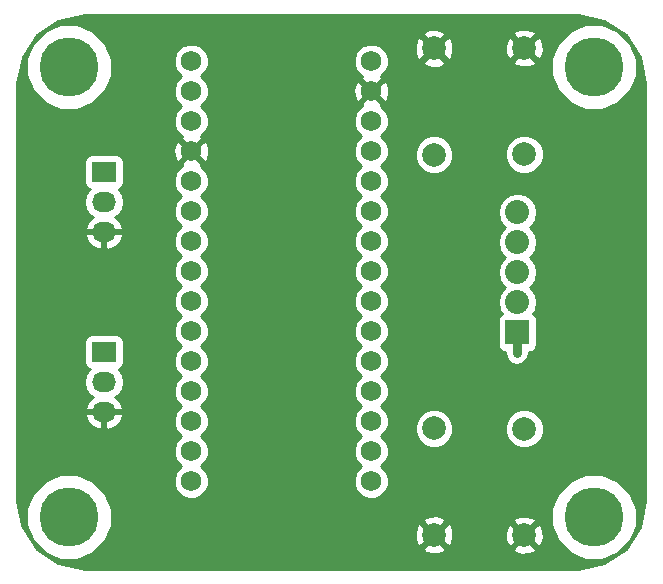
<source format=gbl>
%TF.GenerationSoftware,KiCad,Pcbnew,4.0.7-e2-6376~58~ubuntu16.04.1*%
%TF.CreationDate,2018-03-21T07:26:21-07:00*%
%TF.ProjectId,Arduino-Nano-Board,41726475696E6F2D4E616E6F2D426F61,v1.5*%
%TF.FileFunction,Copper,L2,Bot,Signal*%
%FSLAX46Y46*%
G04 Gerber Fmt 4.6, Leading zero omitted, Abs format (unit mm)*
G04 Created by KiCad (PCBNEW 4.0.7-e2-6376~58~ubuntu16.04.1) date Wed Mar 21 07:26:21 2018*
%MOMM*%
%LPD*%
G01*
G04 APERTURE LIST*
%ADD10C,0.350000*%
%ADD11C,1.727200*%
%ADD12C,5.000000*%
%ADD13R,2.032000X1.727200*%
%ADD14O,2.032000X1.727200*%
%ADD15R,2.032000X2.032000*%
%ADD16O,2.032000X2.032000*%
%ADD17C,1.998980*%
%ADD18C,0.762000*%
%ADD19C,0.254000*%
%ADD20C,0.350000*%
G04 APERTURE END LIST*
D10*
D11*
X45923200Y-85877400D03*
X45923200Y-83337400D03*
X45923200Y-80797400D03*
X45923200Y-78257400D03*
X45923200Y-75717400D03*
X45923200Y-73177400D03*
X45923200Y-70637400D03*
X45923200Y-68097400D03*
X45923200Y-65557400D03*
X45923200Y-63017400D03*
X45923200Y-60477400D03*
X45923200Y-57937400D03*
X45923200Y-55397400D03*
X45923200Y-52857400D03*
X30683200Y-52857400D03*
X30683200Y-60477400D03*
X30683200Y-80797400D03*
X30683200Y-65557400D03*
X30683200Y-63017400D03*
X30683200Y-83337400D03*
X30683200Y-75717400D03*
X30683200Y-85877400D03*
X30683200Y-73177400D03*
X30683200Y-70637400D03*
X30683200Y-68097400D03*
X30683200Y-78257400D03*
X30683200Y-55397400D03*
X30683200Y-57937400D03*
X30683200Y-50317400D03*
X45923200Y-50317400D03*
D12*
X64770000Y-50800000D03*
X20320000Y-88900000D03*
X64770000Y-88900000D03*
D13*
X23291800Y-74930000D03*
D14*
X23291800Y-77470000D03*
X23291800Y-80010000D03*
D13*
X23291800Y-59690000D03*
D14*
X23291800Y-62230000D03*
X23291800Y-64770000D03*
D15*
X58293000Y-73279000D03*
D16*
X58293000Y-70739000D03*
X58293000Y-68199000D03*
X58293000Y-65659000D03*
X58293000Y-63119000D03*
D17*
X51231800Y-58225200D03*
X51231800Y-49225200D03*
X58877200Y-81432400D03*
X58877200Y-90432400D03*
X58877000Y-58191400D03*
X58877000Y-49191400D03*
X51231800Y-81407000D03*
X51231800Y-90407000D03*
D12*
X20320000Y-50800000D03*
D18*
X58242200Y-73228200D02*
X58242200Y-75006200D01*
D19*
G36*
X65652543Y-46873300D02*
X67477381Y-48092618D01*
X68696700Y-49917458D01*
X69138800Y-52140049D01*
X69138800Y-87559951D01*
X68696700Y-89782542D01*
X67477381Y-91607382D01*
X65652543Y-92826700D01*
X63429956Y-93268800D01*
X21660049Y-93268800D01*
X19437458Y-92826700D01*
X17612618Y-91607381D01*
X16393300Y-89782543D01*
X16360629Y-89618290D01*
X16692372Y-89618290D01*
X17243386Y-90951846D01*
X18262787Y-91973028D01*
X19595380Y-92526369D01*
X21038290Y-92527628D01*
X22371846Y-91976614D01*
X22790026Y-91559163D01*
X50259243Y-91559163D01*
X50357842Y-91825965D01*
X50967382Y-92052401D01*
X51617177Y-92028341D01*
X52105758Y-91825965D01*
X52194970Y-91584563D01*
X57904643Y-91584563D01*
X58003242Y-91851365D01*
X58612782Y-92077801D01*
X59262577Y-92053741D01*
X59751158Y-91851365D01*
X59849757Y-91584563D01*
X58877200Y-90612005D01*
X57904643Y-91584563D01*
X52194970Y-91584563D01*
X52204357Y-91559163D01*
X51231800Y-90586605D01*
X50259243Y-91559163D01*
X22790026Y-91559163D01*
X23393028Y-90957213D01*
X23731292Y-90142582D01*
X49586399Y-90142582D01*
X49610459Y-90792377D01*
X49812835Y-91280958D01*
X50079637Y-91379557D01*
X51052195Y-90407000D01*
X51411405Y-90407000D01*
X52383963Y-91379557D01*
X52650765Y-91280958D01*
X52877201Y-90671418D01*
X52858561Y-90167982D01*
X57231799Y-90167982D01*
X57255859Y-90817777D01*
X57458235Y-91306358D01*
X57725037Y-91404957D01*
X58697595Y-90432400D01*
X59056805Y-90432400D01*
X60029363Y-91404957D01*
X60296165Y-91306358D01*
X60522601Y-90696818D01*
X60498541Y-90047023D01*
X60320955Y-89618290D01*
X61142372Y-89618290D01*
X61693386Y-90951846D01*
X62712787Y-91973028D01*
X64045380Y-92526369D01*
X65488290Y-92527628D01*
X66821846Y-91976614D01*
X67843028Y-90957213D01*
X68396369Y-89624620D01*
X68397628Y-88181710D01*
X67846614Y-86848154D01*
X66827213Y-85826972D01*
X65494620Y-85273631D01*
X64051710Y-85272372D01*
X62718154Y-85823386D01*
X61696972Y-86842787D01*
X61143631Y-88175380D01*
X61142372Y-89618290D01*
X60320955Y-89618290D01*
X60296165Y-89558442D01*
X60029363Y-89459843D01*
X59056805Y-90432400D01*
X58697595Y-90432400D01*
X57725037Y-89459843D01*
X57458235Y-89558442D01*
X57231799Y-90167982D01*
X52858561Y-90167982D01*
X52853141Y-90021623D01*
X52650765Y-89533042D01*
X52383963Y-89434443D01*
X51411405Y-90407000D01*
X51052195Y-90407000D01*
X50079637Y-89434443D01*
X49812835Y-89533042D01*
X49586399Y-90142582D01*
X23731292Y-90142582D01*
X23946369Y-89624620D01*
X23946691Y-89254837D01*
X50259243Y-89254837D01*
X51231800Y-90227395D01*
X52178957Y-89280237D01*
X57904643Y-89280237D01*
X58877200Y-90252795D01*
X59849757Y-89280237D01*
X59751158Y-89013435D01*
X59141618Y-88786999D01*
X58491823Y-88811059D01*
X58003242Y-89013435D01*
X57904643Y-89280237D01*
X52178957Y-89280237D01*
X52204357Y-89254837D01*
X52105758Y-88988035D01*
X51496218Y-88761599D01*
X50846423Y-88785659D01*
X50357842Y-88988035D01*
X50259243Y-89254837D01*
X23946691Y-89254837D01*
X23947628Y-88181710D01*
X23396614Y-86848154D01*
X22377213Y-85826972D01*
X21044620Y-85273631D01*
X19601710Y-85272372D01*
X18268154Y-85823386D01*
X17246972Y-86842787D01*
X16693631Y-88175380D01*
X16692372Y-89618290D01*
X16360629Y-89618290D01*
X15951200Y-87559956D01*
X15951200Y-80369026D01*
X21684442Y-80369026D01*
X21687091Y-80384791D01*
X21941068Y-80912036D01*
X22377480Y-81301954D01*
X22929887Y-81495184D01*
X23164800Y-81350924D01*
X23164800Y-80137000D01*
X23418800Y-80137000D01*
X23418800Y-81350924D01*
X23653713Y-81495184D01*
X24206120Y-81301954D01*
X24642532Y-80912036D01*
X24896509Y-80384791D01*
X24899158Y-80369026D01*
X24778017Y-80137000D01*
X23418800Y-80137000D01*
X23164800Y-80137000D01*
X21805583Y-80137000D01*
X21684442Y-80369026D01*
X15951200Y-80369026D01*
X15951200Y-77470000D01*
X21608455Y-77470000D01*
X21722529Y-78043489D01*
X22047385Y-78529670D01*
X22356869Y-78736461D01*
X21941068Y-79107964D01*
X21687091Y-79635209D01*
X21684442Y-79650974D01*
X21805583Y-79883000D01*
X23164800Y-79883000D01*
X23164800Y-79863000D01*
X23418800Y-79863000D01*
X23418800Y-79883000D01*
X24778017Y-79883000D01*
X24899158Y-79650974D01*
X24896509Y-79635209D01*
X24642532Y-79107964D01*
X24226731Y-78736461D01*
X24536215Y-78529670D01*
X24861071Y-78043489D01*
X24975145Y-77470000D01*
X24861071Y-76896511D01*
X24536215Y-76410330D01*
X24521887Y-76400757D01*
X24543117Y-76396762D01*
X24759241Y-76257690D01*
X24904231Y-76045490D01*
X24955240Y-75793600D01*
X24955240Y-74066400D01*
X24910962Y-73831083D01*
X24771890Y-73614959D01*
X24559690Y-73469969D01*
X24307800Y-73418960D01*
X22275800Y-73418960D01*
X22040483Y-73463238D01*
X21824359Y-73602310D01*
X21679369Y-73814510D01*
X21628360Y-74066400D01*
X21628360Y-75793600D01*
X21672638Y-76028917D01*
X21811710Y-76245041D01*
X22023910Y-76390031D01*
X22065239Y-76398400D01*
X22047385Y-76410330D01*
X21722529Y-76896511D01*
X21608455Y-77470000D01*
X15951200Y-77470000D01*
X15951200Y-65129026D01*
X21684442Y-65129026D01*
X21687091Y-65144791D01*
X21941068Y-65672036D01*
X22377480Y-66061954D01*
X22929887Y-66255184D01*
X23164800Y-66110924D01*
X23164800Y-64897000D01*
X23418800Y-64897000D01*
X23418800Y-66110924D01*
X23653713Y-66255184D01*
X24206120Y-66061954D01*
X24642532Y-65672036D01*
X24896509Y-65144791D01*
X24899158Y-65129026D01*
X24778017Y-64897000D01*
X23418800Y-64897000D01*
X23164800Y-64897000D01*
X21805583Y-64897000D01*
X21684442Y-65129026D01*
X15951200Y-65129026D01*
X15951200Y-62230000D01*
X21608455Y-62230000D01*
X21722529Y-62803489D01*
X22047385Y-63289670D01*
X22356869Y-63496461D01*
X21941068Y-63867964D01*
X21687091Y-64395209D01*
X21684442Y-64410974D01*
X21805583Y-64643000D01*
X23164800Y-64643000D01*
X23164800Y-64623000D01*
X23418800Y-64623000D01*
X23418800Y-64643000D01*
X24778017Y-64643000D01*
X24899158Y-64410974D01*
X24896509Y-64395209D01*
X24642532Y-63867964D01*
X24226731Y-63496461D01*
X24536215Y-63289670D01*
X24861071Y-62803489D01*
X24975145Y-62230000D01*
X24861071Y-61656511D01*
X24536215Y-61170330D01*
X24521887Y-61160757D01*
X24543117Y-61156762D01*
X24759241Y-61017690D01*
X24904231Y-60805490D01*
X24910571Y-60774182D01*
X29184341Y-60774182D01*
X29412008Y-61325180D01*
X29833203Y-61747110D01*
X29834131Y-61747495D01*
X29413490Y-62167403D01*
X29184861Y-62718002D01*
X29184341Y-63314182D01*
X29412008Y-63865180D01*
X29833203Y-64287110D01*
X29834131Y-64287495D01*
X29413490Y-64707403D01*
X29184861Y-65258002D01*
X29184341Y-65854182D01*
X29412008Y-66405180D01*
X29833203Y-66827110D01*
X29834131Y-66827495D01*
X29413490Y-67247403D01*
X29184861Y-67798002D01*
X29184341Y-68394182D01*
X29412008Y-68945180D01*
X29833203Y-69367110D01*
X29834131Y-69367495D01*
X29413490Y-69787403D01*
X29184861Y-70338002D01*
X29184341Y-70934182D01*
X29412008Y-71485180D01*
X29833203Y-71907110D01*
X29834131Y-71907495D01*
X29413490Y-72327403D01*
X29184861Y-72878002D01*
X29184341Y-73474182D01*
X29412008Y-74025180D01*
X29833203Y-74447110D01*
X29834131Y-74447495D01*
X29413490Y-74867403D01*
X29184861Y-75418002D01*
X29184341Y-76014182D01*
X29412008Y-76565180D01*
X29833203Y-76987110D01*
X29834131Y-76987495D01*
X29413490Y-77407403D01*
X29184861Y-77958002D01*
X29184341Y-78554182D01*
X29412008Y-79105180D01*
X29833203Y-79527110D01*
X29834131Y-79527495D01*
X29413490Y-79947403D01*
X29184861Y-80498002D01*
X29184341Y-81094182D01*
X29412008Y-81645180D01*
X29833203Y-82067110D01*
X29834131Y-82067495D01*
X29413490Y-82487403D01*
X29184861Y-83038002D01*
X29184341Y-83634182D01*
X29412008Y-84185180D01*
X29833203Y-84607110D01*
X29834131Y-84607495D01*
X29413490Y-85027403D01*
X29184861Y-85578002D01*
X29184341Y-86174182D01*
X29412008Y-86725180D01*
X29833203Y-87147110D01*
X30383802Y-87375739D01*
X30979982Y-87376259D01*
X31530980Y-87148592D01*
X31952910Y-86727397D01*
X32181539Y-86176798D01*
X32182059Y-85580618D01*
X31954392Y-85029620D01*
X31533197Y-84607690D01*
X31532269Y-84607305D01*
X31952910Y-84187397D01*
X32181539Y-83636798D01*
X32182059Y-83040618D01*
X31954392Y-82489620D01*
X31533197Y-82067690D01*
X31532269Y-82067305D01*
X31952910Y-81647397D01*
X32181539Y-81096798D01*
X32182059Y-80500618D01*
X31954392Y-79949620D01*
X31533197Y-79527690D01*
X31532269Y-79527305D01*
X31952910Y-79107397D01*
X32181539Y-78556798D01*
X32182059Y-77960618D01*
X31954392Y-77409620D01*
X31533197Y-76987690D01*
X31532269Y-76987305D01*
X31952910Y-76567397D01*
X32181539Y-76016798D01*
X32182059Y-75420618D01*
X31954392Y-74869620D01*
X31533197Y-74447690D01*
X31532269Y-74447305D01*
X31952910Y-74027397D01*
X32181539Y-73476798D01*
X32182059Y-72880618D01*
X31954392Y-72329620D01*
X31533197Y-71907690D01*
X31532269Y-71907305D01*
X31952910Y-71487397D01*
X32181539Y-70936798D01*
X32182059Y-70340618D01*
X31954392Y-69789620D01*
X31533197Y-69367690D01*
X31532269Y-69367305D01*
X31952910Y-68947397D01*
X32181539Y-68396798D01*
X32182059Y-67800618D01*
X31954392Y-67249620D01*
X31533197Y-66827690D01*
X31532269Y-66827305D01*
X31952910Y-66407397D01*
X32181539Y-65856798D01*
X32182059Y-65260618D01*
X31954392Y-64709620D01*
X31533197Y-64287690D01*
X31532269Y-64287305D01*
X31952910Y-63867397D01*
X32181539Y-63316798D01*
X32182059Y-62720618D01*
X31954392Y-62169620D01*
X31533197Y-61747690D01*
X31532269Y-61747305D01*
X31952910Y-61327397D01*
X32181539Y-60776798D01*
X32182059Y-60180618D01*
X31954392Y-59629620D01*
X31533197Y-59207690D01*
X31492663Y-59190859D01*
X31557400Y-58991205D01*
X30683200Y-58117005D01*
X29809000Y-58991205D01*
X29873599Y-59190433D01*
X29835420Y-59206208D01*
X29413490Y-59627403D01*
X29184861Y-60178002D01*
X29184341Y-60774182D01*
X24910571Y-60774182D01*
X24955240Y-60553600D01*
X24955240Y-58826400D01*
X24910962Y-58591083D01*
X24771890Y-58374959D01*
X24559690Y-58229969D01*
X24307800Y-58178960D01*
X22275800Y-58178960D01*
X22040483Y-58223238D01*
X21824359Y-58362310D01*
X21679369Y-58574510D01*
X21628360Y-58826400D01*
X21628360Y-60553600D01*
X21672638Y-60788917D01*
X21811710Y-61005041D01*
X22023910Y-61150031D01*
X22065239Y-61158400D01*
X22047385Y-61170330D01*
X21722529Y-61656511D01*
X21608455Y-62230000D01*
X15951200Y-62230000D01*
X15951200Y-57705430D01*
X29172952Y-57705430D01*
X29199142Y-58301035D01*
X29376684Y-58729659D01*
X29629395Y-58811600D01*
X30503595Y-57937400D01*
X30862805Y-57937400D01*
X31737005Y-58811600D01*
X31989716Y-58729659D01*
X32193448Y-58169370D01*
X32167258Y-57573765D01*
X31989716Y-57145141D01*
X31737005Y-57063200D01*
X30862805Y-57937400D01*
X30503595Y-57937400D01*
X29629395Y-57063200D01*
X29376684Y-57145141D01*
X29172952Y-57705430D01*
X15951200Y-57705430D01*
X15951200Y-52140044D01*
X16074874Y-51518290D01*
X16692372Y-51518290D01*
X17243386Y-52851846D01*
X18262787Y-53873028D01*
X19595380Y-54426369D01*
X21038290Y-54427628D01*
X22371846Y-53876614D01*
X23393028Y-52857213D01*
X23946369Y-51524620D01*
X23947163Y-50614182D01*
X29184341Y-50614182D01*
X29412008Y-51165180D01*
X29833203Y-51587110D01*
X29834131Y-51587495D01*
X29413490Y-52007403D01*
X29184861Y-52558002D01*
X29184341Y-53154182D01*
X29412008Y-53705180D01*
X29833203Y-54127110D01*
X29834131Y-54127495D01*
X29413490Y-54547403D01*
X29184861Y-55098002D01*
X29184341Y-55694182D01*
X29412008Y-56245180D01*
X29833203Y-56667110D01*
X29873737Y-56683941D01*
X29809000Y-56883595D01*
X30683200Y-57757795D01*
X31557400Y-56883595D01*
X31492801Y-56684367D01*
X31530980Y-56668592D01*
X31952910Y-56247397D01*
X32181539Y-55696798D01*
X32181541Y-55694182D01*
X44424341Y-55694182D01*
X44652008Y-56245180D01*
X45073203Y-56667110D01*
X45074131Y-56667495D01*
X44653490Y-57087403D01*
X44424861Y-57638002D01*
X44424341Y-58234182D01*
X44652008Y-58785180D01*
X45073203Y-59207110D01*
X45074131Y-59207495D01*
X44653490Y-59627403D01*
X44424861Y-60178002D01*
X44424341Y-60774182D01*
X44652008Y-61325180D01*
X45073203Y-61747110D01*
X45074131Y-61747495D01*
X44653490Y-62167403D01*
X44424861Y-62718002D01*
X44424341Y-63314182D01*
X44652008Y-63865180D01*
X45073203Y-64287110D01*
X45074131Y-64287495D01*
X44653490Y-64707403D01*
X44424861Y-65258002D01*
X44424341Y-65854182D01*
X44652008Y-66405180D01*
X45073203Y-66827110D01*
X45074131Y-66827495D01*
X44653490Y-67247403D01*
X44424861Y-67798002D01*
X44424341Y-68394182D01*
X44652008Y-68945180D01*
X45073203Y-69367110D01*
X45074131Y-69367495D01*
X44653490Y-69787403D01*
X44424861Y-70338002D01*
X44424341Y-70934182D01*
X44652008Y-71485180D01*
X45073203Y-71907110D01*
X45074131Y-71907495D01*
X44653490Y-72327403D01*
X44424861Y-72878002D01*
X44424341Y-73474182D01*
X44652008Y-74025180D01*
X45073203Y-74447110D01*
X45074131Y-74447495D01*
X44653490Y-74867403D01*
X44424861Y-75418002D01*
X44424341Y-76014182D01*
X44652008Y-76565180D01*
X45073203Y-76987110D01*
X45074131Y-76987495D01*
X44653490Y-77407403D01*
X44424861Y-77958002D01*
X44424341Y-78554182D01*
X44652008Y-79105180D01*
X45073203Y-79527110D01*
X45074131Y-79527495D01*
X44653490Y-79947403D01*
X44424861Y-80498002D01*
X44424341Y-81094182D01*
X44652008Y-81645180D01*
X45073203Y-82067110D01*
X45074131Y-82067495D01*
X44653490Y-82487403D01*
X44424861Y-83038002D01*
X44424341Y-83634182D01*
X44652008Y-84185180D01*
X45073203Y-84607110D01*
X45074131Y-84607495D01*
X44653490Y-85027403D01*
X44424861Y-85578002D01*
X44424341Y-86174182D01*
X44652008Y-86725180D01*
X45073203Y-87147110D01*
X45623802Y-87375739D01*
X46219982Y-87376259D01*
X46770980Y-87148592D01*
X47192910Y-86727397D01*
X47421539Y-86176798D01*
X47422059Y-85580618D01*
X47194392Y-85029620D01*
X46773197Y-84607690D01*
X46772269Y-84607305D01*
X47192910Y-84187397D01*
X47421539Y-83636798D01*
X47422059Y-83040618D01*
X47194392Y-82489620D01*
X46773197Y-82067690D01*
X46772269Y-82067305D01*
X47109467Y-81730694D01*
X49597026Y-81730694D01*
X49845338Y-82331655D01*
X50304727Y-82791846D01*
X50905253Y-83041206D01*
X51555494Y-83041774D01*
X52156455Y-82793462D01*
X52616646Y-82334073D01*
X52856643Y-81756094D01*
X57242426Y-81756094D01*
X57490738Y-82357055D01*
X57950127Y-82817246D01*
X58550653Y-83066606D01*
X59200894Y-83067174D01*
X59801855Y-82818862D01*
X60262046Y-82359473D01*
X60511406Y-81758947D01*
X60511974Y-81108706D01*
X60263662Y-80507745D01*
X59804273Y-80047554D01*
X59203747Y-79798194D01*
X58553506Y-79797626D01*
X57952545Y-80045938D01*
X57492354Y-80505327D01*
X57242994Y-81105853D01*
X57242426Y-81756094D01*
X52856643Y-81756094D01*
X52866006Y-81733547D01*
X52866574Y-81083306D01*
X52618262Y-80482345D01*
X52158873Y-80022154D01*
X51558347Y-79772794D01*
X50908106Y-79772226D01*
X50307145Y-80020538D01*
X49846954Y-80479927D01*
X49597594Y-81080453D01*
X49597026Y-81730694D01*
X47109467Y-81730694D01*
X47192910Y-81647397D01*
X47421539Y-81096798D01*
X47422059Y-80500618D01*
X47194392Y-79949620D01*
X46773197Y-79527690D01*
X46772269Y-79527305D01*
X47192910Y-79107397D01*
X47421539Y-78556798D01*
X47422059Y-77960618D01*
X47194392Y-77409620D01*
X46773197Y-76987690D01*
X46772269Y-76987305D01*
X47192910Y-76567397D01*
X47421539Y-76016798D01*
X47422059Y-75420618D01*
X47194392Y-74869620D01*
X46773197Y-74447690D01*
X46772269Y-74447305D01*
X47192910Y-74027397D01*
X47421539Y-73476798D01*
X47422059Y-72880618D01*
X47194392Y-72329620D01*
X46773197Y-71907690D01*
X46772269Y-71907305D01*
X47192910Y-71487397D01*
X47421539Y-70936798D01*
X47422059Y-70340618D01*
X47194392Y-69789620D01*
X46773197Y-69367690D01*
X46772269Y-69367305D01*
X47192910Y-68947397D01*
X47421539Y-68396798D01*
X47422059Y-67800618D01*
X47194392Y-67249620D01*
X46773197Y-66827690D01*
X46772269Y-66827305D01*
X47192910Y-66407397D01*
X47421539Y-65856798D01*
X47422059Y-65260618D01*
X47194392Y-64709620D01*
X46773197Y-64287690D01*
X46772269Y-64287305D01*
X47192910Y-63867397D01*
X47421539Y-63316798D01*
X47421711Y-63119000D01*
X56609655Y-63119000D01*
X56735330Y-63750810D01*
X57093222Y-64286433D01*
X57246724Y-64389000D01*
X57093222Y-64491567D01*
X56735330Y-65027190D01*
X56609655Y-65659000D01*
X56735330Y-66290810D01*
X57093222Y-66826433D01*
X57246724Y-66929000D01*
X57093222Y-67031567D01*
X56735330Y-67567190D01*
X56609655Y-68199000D01*
X56735330Y-68830810D01*
X57093222Y-69366433D01*
X57246724Y-69469000D01*
X57093222Y-69571567D01*
X56735330Y-70107190D01*
X56609655Y-70739000D01*
X56735330Y-71370810D01*
X56962499Y-71710792D01*
X56825559Y-71798910D01*
X56680569Y-72011110D01*
X56629560Y-72263000D01*
X56629560Y-74295000D01*
X56673838Y-74530317D01*
X56812910Y-74746441D01*
X57025110Y-74891431D01*
X57226200Y-74932153D01*
X57226200Y-75006200D01*
X57303538Y-75395006D01*
X57523780Y-75724620D01*
X57853394Y-75944862D01*
X58242200Y-76022200D01*
X58631006Y-75944862D01*
X58960620Y-75724620D01*
X59180862Y-75395006D01*
X59258200Y-75006200D01*
X59258200Y-74942440D01*
X59309000Y-74942440D01*
X59544317Y-74898162D01*
X59760441Y-74759090D01*
X59905431Y-74546890D01*
X59956440Y-74295000D01*
X59956440Y-72263000D01*
X59912162Y-72027683D01*
X59773090Y-71811559D01*
X59624163Y-71709802D01*
X59850670Y-71370810D01*
X59976345Y-70739000D01*
X59850670Y-70107190D01*
X59492778Y-69571567D01*
X59339276Y-69469000D01*
X59492778Y-69366433D01*
X59850670Y-68830810D01*
X59976345Y-68199000D01*
X59850670Y-67567190D01*
X59492778Y-67031567D01*
X59339276Y-66929000D01*
X59492778Y-66826433D01*
X59850670Y-66290810D01*
X59976345Y-65659000D01*
X59850670Y-65027190D01*
X59492778Y-64491567D01*
X59339276Y-64389000D01*
X59492778Y-64286433D01*
X59850670Y-63750810D01*
X59976345Y-63119000D01*
X59850670Y-62487190D01*
X59492778Y-61951567D01*
X58957155Y-61593675D01*
X58325345Y-61468000D01*
X58260655Y-61468000D01*
X57628845Y-61593675D01*
X57093222Y-61951567D01*
X56735330Y-62487190D01*
X56609655Y-63119000D01*
X47421711Y-63119000D01*
X47422059Y-62720618D01*
X47194392Y-62169620D01*
X46773197Y-61747690D01*
X46772269Y-61747305D01*
X47192910Y-61327397D01*
X47421539Y-60776798D01*
X47422059Y-60180618D01*
X47194392Y-59629620D01*
X46773197Y-59207690D01*
X46772269Y-59207305D01*
X47192910Y-58787397D01*
X47291945Y-58548894D01*
X49597026Y-58548894D01*
X49845338Y-59149855D01*
X50304727Y-59610046D01*
X50905253Y-59859406D01*
X51555494Y-59859974D01*
X52156455Y-59611662D01*
X52616646Y-59152273D01*
X52866006Y-58551747D01*
X52866038Y-58515094D01*
X57242226Y-58515094D01*
X57490538Y-59116055D01*
X57949927Y-59576246D01*
X58550453Y-59825606D01*
X59200694Y-59826174D01*
X59801655Y-59577862D01*
X60261846Y-59118473D01*
X60511206Y-58517947D01*
X60511774Y-57867706D01*
X60263462Y-57266745D01*
X59804073Y-56806554D01*
X59203547Y-56557194D01*
X58553306Y-56556626D01*
X57952345Y-56804938D01*
X57492154Y-57264327D01*
X57242794Y-57864853D01*
X57242226Y-58515094D01*
X52866038Y-58515094D01*
X52866574Y-57901506D01*
X52618262Y-57300545D01*
X52158873Y-56840354D01*
X51558347Y-56590994D01*
X50908106Y-56590426D01*
X50307145Y-56838738D01*
X49846954Y-57298127D01*
X49597594Y-57898653D01*
X49597026Y-58548894D01*
X47291945Y-58548894D01*
X47421539Y-58236798D01*
X47422059Y-57640618D01*
X47194392Y-57089620D01*
X46773197Y-56667690D01*
X46772269Y-56667305D01*
X47192910Y-56247397D01*
X47421539Y-55696798D01*
X47422059Y-55100618D01*
X47194392Y-54549620D01*
X46773197Y-54127690D01*
X46732663Y-54110859D01*
X46797400Y-53911205D01*
X45923200Y-53037005D01*
X45049000Y-53911205D01*
X45113599Y-54110433D01*
X45075420Y-54126208D01*
X44653490Y-54547403D01*
X44424861Y-55098002D01*
X44424341Y-55694182D01*
X32181541Y-55694182D01*
X32182059Y-55100618D01*
X31954392Y-54549620D01*
X31533197Y-54127690D01*
X31532269Y-54127305D01*
X31952910Y-53707397D01*
X32181539Y-53156798D01*
X32182002Y-52625430D01*
X44412952Y-52625430D01*
X44439142Y-53221035D01*
X44616684Y-53649659D01*
X44869395Y-53731600D01*
X45743595Y-52857400D01*
X46102805Y-52857400D01*
X46977005Y-53731600D01*
X47229716Y-53649659D01*
X47433448Y-53089370D01*
X47407258Y-52493765D01*
X47229716Y-52065141D01*
X46977005Y-51983200D01*
X46102805Y-52857400D01*
X45743595Y-52857400D01*
X44869395Y-51983200D01*
X44616684Y-52065141D01*
X44412952Y-52625430D01*
X32182002Y-52625430D01*
X32182059Y-52560618D01*
X31954392Y-52009620D01*
X31533197Y-51587690D01*
X31532269Y-51587305D01*
X31952910Y-51167397D01*
X32181539Y-50616798D01*
X32181541Y-50614182D01*
X44424341Y-50614182D01*
X44652008Y-51165180D01*
X45073203Y-51587110D01*
X45113737Y-51603941D01*
X45049000Y-51803595D01*
X45923200Y-52677795D01*
X46797400Y-51803595D01*
X46732801Y-51604367D01*
X46770980Y-51588592D01*
X46841404Y-51518290D01*
X61142372Y-51518290D01*
X61693386Y-52851846D01*
X62712787Y-53873028D01*
X64045380Y-54426369D01*
X65488290Y-54427628D01*
X66821846Y-53876614D01*
X67843028Y-52857213D01*
X68396369Y-51524620D01*
X68397628Y-50081710D01*
X67846614Y-48748154D01*
X66827213Y-47726972D01*
X65494620Y-47173631D01*
X64051710Y-47172372D01*
X62718154Y-47723386D01*
X61696972Y-48742787D01*
X61143631Y-50075380D01*
X61142372Y-51518290D01*
X46841404Y-51518290D01*
X47192910Y-51167397D01*
X47421539Y-50616798D01*
X47421747Y-50377363D01*
X50259243Y-50377363D01*
X50357842Y-50644165D01*
X50967382Y-50870601D01*
X51617177Y-50846541D01*
X52105758Y-50644165D01*
X52204357Y-50377363D01*
X52170558Y-50343563D01*
X57904443Y-50343563D01*
X58003042Y-50610365D01*
X58612582Y-50836801D01*
X59262377Y-50812741D01*
X59750958Y-50610365D01*
X59849557Y-50343563D01*
X58877000Y-49371005D01*
X57904443Y-50343563D01*
X52170558Y-50343563D01*
X51231800Y-49404805D01*
X50259243Y-50377363D01*
X47421747Y-50377363D01*
X47422059Y-50020618D01*
X47194392Y-49469620D01*
X46773197Y-49047690D01*
X46563900Y-48960782D01*
X49586399Y-48960782D01*
X49610459Y-49610577D01*
X49812835Y-50099158D01*
X50079637Y-50197757D01*
X51052195Y-49225200D01*
X51411405Y-49225200D01*
X52383963Y-50197757D01*
X52650765Y-50099158D01*
X52877201Y-49489618D01*
X52856369Y-48926982D01*
X57231599Y-48926982D01*
X57255659Y-49576777D01*
X57458035Y-50065358D01*
X57724837Y-50163957D01*
X58697395Y-49191400D01*
X59056605Y-49191400D01*
X60029163Y-50163957D01*
X60295965Y-50065358D01*
X60522401Y-49455818D01*
X60498341Y-48806023D01*
X60295965Y-48317442D01*
X60029163Y-48218843D01*
X59056605Y-49191400D01*
X58697395Y-49191400D01*
X57724837Y-48218843D01*
X57458035Y-48317442D01*
X57231599Y-48926982D01*
X52856369Y-48926982D01*
X52853141Y-48839823D01*
X52650765Y-48351242D01*
X52383963Y-48252643D01*
X51411405Y-49225200D01*
X51052195Y-49225200D01*
X50079637Y-48252643D01*
X49812835Y-48351242D01*
X49586399Y-48960782D01*
X46563900Y-48960782D01*
X46222598Y-48819061D01*
X45626418Y-48818541D01*
X45075420Y-49046208D01*
X44653490Y-49467403D01*
X44424861Y-50018002D01*
X44424341Y-50614182D01*
X32181541Y-50614182D01*
X32182059Y-50020618D01*
X31954392Y-49469620D01*
X31533197Y-49047690D01*
X30982598Y-48819061D01*
X30386418Y-48818541D01*
X29835420Y-49046208D01*
X29413490Y-49467403D01*
X29184861Y-50018002D01*
X29184341Y-50614182D01*
X23947163Y-50614182D01*
X23947628Y-50081710D01*
X23396614Y-48748154D01*
X22722675Y-48073037D01*
X50259243Y-48073037D01*
X51231800Y-49045595D01*
X52204357Y-48073037D01*
X52191866Y-48039237D01*
X57904443Y-48039237D01*
X58877000Y-49011795D01*
X59849557Y-48039237D01*
X59750958Y-47772435D01*
X59141418Y-47545999D01*
X58491623Y-47570059D01*
X58003042Y-47772435D01*
X57904443Y-48039237D01*
X52191866Y-48039237D01*
X52105758Y-47806235D01*
X51496218Y-47579799D01*
X50846423Y-47603859D01*
X50357842Y-47806235D01*
X50259243Y-48073037D01*
X22722675Y-48073037D01*
X22377213Y-47726972D01*
X21044620Y-47173631D01*
X19601710Y-47172372D01*
X18268154Y-47723386D01*
X17246972Y-48742787D01*
X16693631Y-50075380D01*
X16692372Y-51518290D01*
X16074874Y-51518290D01*
X16393300Y-49917457D01*
X17612618Y-48092619D01*
X19437458Y-46873300D01*
X21660049Y-46431200D01*
X63429956Y-46431200D01*
X65652543Y-46873300D01*
X65652543Y-46873300D01*
G37*
X65652543Y-46873300D02*
X67477381Y-48092618D01*
X68696700Y-49917458D01*
X69138800Y-52140049D01*
X69138800Y-87559951D01*
X68696700Y-89782542D01*
X67477381Y-91607382D01*
X65652543Y-92826700D01*
X63429956Y-93268800D01*
X21660049Y-93268800D01*
X19437458Y-92826700D01*
X17612618Y-91607381D01*
X16393300Y-89782543D01*
X16360629Y-89618290D01*
X16692372Y-89618290D01*
X17243386Y-90951846D01*
X18262787Y-91973028D01*
X19595380Y-92526369D01*
X21038290Y-92527628D01*
X22371846Y-91976614D01*
X22790026Y-91559163D01*
X50259243Y-91559163D01*
X50357842Y-91825965D01*
X50967382Y-92052401D01*
X51617177Y-92028341D01*
X52105758Y-91825965D01*
X52194970Y-91584563D01*
X57904643Y-91584563D01*
X58003242Y-91851365D01*
X58612782Y-92077801D01*
X59262577Y-92053741D01*
X59751158Y-91851365D01*
X59849757Y-91584563D01*
X58877200Y-90612005D01*
X57904643Y-91584563D01*
X52194970Y-91584563D01*
X52204357Y-91559163D01*
X51231800Y-90586605D01*
X50259243Y-91559163D01*
X22790026Y-91559163D01*
X23393028Y-90957213D01*
X23731292Y-90142582D01*
X49586399Y-90142582D01*
X49610459Y-90792377D01*
X49812835Y-91280958D01*
X50079637Y-91379557D01*
X51052195Y-90407000D01*
X51411405Y-90407000D01*
X52383963Y-91379557D01*
X52650765Y-91280958D01*
X52877201Y-90671418D01*
X52858561Y-90167982D01*
X57231799Y-90167982D01*
X57255859Y-90817777D01*
X57458235Y-91306358D01*
X57725037Y-91404957D01*
X58697595Y-90432400D01*
X59056805Y-90432400D01*
X60029363Y-91404957D01*
X60296165Y-91306358D01*
X60522601Y-90696818D01*
X60498541Y-90047023D01*
X60320955Y-89618290D01*
X61142372Y-89618290D01*
X61693386Y-90951846D01*
X62712787Y-91973028D01*
X64045380Y-92526369D01*
X65488290Y-92527628D01*
X66821846Y-91976614D01*
X67843028Y-90957213D01*
X68396369Y-89624620D01*
X68397628Y-88181710D01*
X67846614Y-86848154D01*
X66827213Y-85826972D01*
X65494620Y-85273631D01*
X64051710Y-85272372D01*
X62718154Y-85823386D01*
X61696972Y-86842787D01*
X61143631Y-88175380D01*
X61142372Y-89618290D01*
X60320955Y-89618290D01*
X60296165Y-89558442D01*
X60029363Y-89459843D01*
X59056805Y-90432400D01*
X58697595Y-90432400D01*
X57725037Y-89459843D01*
X57458235Y-89558442D01*
X57231799Y-90167982D01*
X52858561Y-90167982D01*
X52853141Y-90021623D01*
X52650765Y-89533042D01*
X52383963Y-89434443D01*
X51411405Y-90407000D01*
X51052195Y-90407000D01*
X50079637Y-89434443D01*
X49812835Y-89533042D01*
X49586399Y-90142582D01*
X23731292Y-90142582D01*
X23946369Y-89624620D01*
X23946691Y-89254837D01*
X50259243Y-89254837D01*
X51231800Y-90227395D01*
X52178957Y-89280237D01*
X57904643Y-89280237D01*
X58877200Y-90252795D01*
X59849757Y-89280237D01*
X59751158Y-89013435D01*
X59141618Y-88786999D01*
X58491823Y-88811059D01*
X58003242Y-89013435D01*
X57904643Y-89280237D01*
X52178957Y-89280237D01*
X52204357Y-89254837D01*
X52105758Y-88988035D01*
X51496218Y-88761599D01*
X50846423Y-88785659D01*
X50357842Y-88988035D01*
X50259243Y-89254837D01*
X23946691Y-89254837D01*
X23947628Y-88181710D01*
X23396614Y-86848154D01*
X22377213Y-85826972D01*
X21044620Y-85273631D01*
X19601710Y-85272372D01*
X18268154Y-85823386D01*
X17246972Y-86842787D01*
X16693631Y-88175380D01*
X16692372Y-89618290D01*
X16360629Y-89618290D01*
X15951200Y-87559956D01*
X15951200Y-80369026D01*
X21684442Y-80369026D01*
X21687091Y-80384791D01*
X21941068Y-80912036D01*
X22377480Y-81301954D01*
X22929887Y-81495184D01*
X23164800Y-81350924D01*
X23164800Y-80137000D01*
X23418800Y-80137000D01*
X23418800Y-81350924D01*
X23653713Y-81495184D01*
X24206120Y-81301954D01*
X24642532Y-80912036D01*
X24896509Y-80384791D01*
X24899158Y-80369026D01*
X24778017Y-80137000D01*
X23418800Y-80137000D01*
X23164800Y-80137000D01*
X21805583Y-80137000D01*
X21684442Y-80369026D01*
X15951200Y-80369026D01*
X15951200Y-77470000D01*
X21608455Y-77470000D01*
X21722529Y-78043489D01*
X22047385Y-78529670D01*
X22356869Y-78736461D01*
X21941068Y-79107964D01*
X21687091Y-79635209D01*
X21684442Y-79650974D01*
X21805583Y-79883000D01*
X23164800Y-79883000D01*
X23164800Y-79863000D01*
X23418800Y-79863000D01*
X23418800Y-79883000D01*
X24778017Y-79883000D01*
X24899158Y-79650974D01*
X24896509Y-79635209D01*
X24642532Y-79107964D01*
X24226731Y-78736461D01*
X24536215Y-78529670D01*
X24861071Y-78043489D01*
X24975145Y-77470000D01*
X24861071Y-76896511D01*
X24536215Y-76410330D01*
X24521887Y-76400757D01*
X24543117Y-76396762D01*
X24759241Y-76257690D01*
X24904231Y-76045490D01*
X24955240Y-75793600D01*
X24955240Y-74066400D01*
X24910962Y-73831083D01*
X24771890Y-73614959D01*
X24559690Y-73469969D01*
X24307800Y-73418960D01*
X22275800Y-73418960D01*
X22040483Y-73463238D01*
X21824359Y-73602310D01*
X21679369Y-73814510D01*
X21628360Y-74066400D01*
X21628360Y-75793600D01*
X21672638Y-76028917D01*
X21811710Y-76245041D01*
X22023910Y-76390031D01*
X22065239Y-76398400D01*
X22047385Y-76410330D01*
X21722529Y-76896511D01*
X21608455Y-77470000D01*
X15951200Y-77470000D01*
X15951200Y-65129026D01*
X21684442Y-65129026D01*
X21687091Y-65144791D01*
X21941068Y-65672036D01*
X22377480Y-66061954D01*
X22929887Y-66255184D01*
X23164800Y-66110924D01*
X23164800Y-64897000D01*
X23418800Y-64897000D01*
X23418800Y-66110924D01*
X23653713Y-66255184D01*
X24206120Y-66061954D01*
X24642532Y-65672036D01*
X24896509Y-65144791D01*
X24899158Y-65129026D01*
X24778017Y-64897000D01*
X23418800Y-64897000D01*
X23164800Y-64897000D01*
X21805583Y-64897000D01*
X21684442Y-65129026D01*
X15951200Y-65129026D01*
X15951200Y-62230000D01*
X21608455Y-62230000D01*
X21722529Y-62803489D01*
X22047385Y-63289670D01*
X22356869Y-63496461D01*
X21941068Y-63867964D01*
X21687091Y-64395209D01*
X21684442Y-64410974D01*
X21805583Y-64643000D01*
X23164800Y-64643000D01*
X23164800Y-64623000D01*
X23418800Y-64623000D01*
X23418800Y-64643000D01*
X24778017Y-64643000D01*
X24899158Y-64410974D01*
X24896509Y-64395209D01*
X24642532Y-63867964D01*
X24226731Y-63496461D01*
X24536215Y-63289670D01*
X24861071Y-62803489D01*
X24975145Y-62230000D01*
X24861071Y-61656511D01*
X24536215Y-61170330D01*
X24521887Y-61160757D01*
X24543117Y-61156762D01*
X24759241Y-61017690D01*
X24904231Y-60805490D01*
X24910571Y-60774182D01*
X29184341Y-60774182D01*
X29412008Y-61325180D01*
X29833203Y-61747110D01*
X29834131Y-61747495D01*
X29413490Y-62167403D01*
X29184861Y-62718002D01*
X29184341Y-63314182D01*
X29412008Y-63865180D01*
X29833203Y-64287110D01*
X29834131Y-64287495D01*
X29413490Y-64707403D01*
X29184861Y-65258002D01*
X29184341Y-65854182D01*
X29412008Y-66405180D01*
X29833203Y-66827110D01*
X29834131Y-66827495D01*
X29413490Y-67247403D01*
X29184861Y-67798002D01*
X29184341Y-68394182D01*
X29412008Y-68945180D01*
X29833203Y-69367110D01*
X29834131Y-69367495D01*
X29413490Y-69787403D01*
X29184861Y-70338002D01*
X29184341Y-70934182D01*
X29412008Y-71485180D01*
X29833203Y-71907110D01*
X29834131Y-71907495D01*
X29413490Y-72327403D01*
X29184861Y-72878002D01*
X29184341Y-73474182D01*
X29412008Y-74025180D01*
X29833203Y-74447110D01*
X29834131Y-74447495D01*
X29413490Y-74867403D01*
X29184861Y-75418002D01*
X29184341Y-76014182D01*
X29412008Y-76565180D01*
X29833203Y-76987110D01*
X29834131Y-76987495D01*
X29413490Y-77407403D01*
X29184861Y-77958002D01*
X29184341Y-78554182D01*
X29412008Y-79105180D01*
X29833203Y-79527110D01*
X29834131Y-79527495D01*
X29413490Y-79947403D01*
X29184861Y-80498002D01*
X29184341Y-81094182D01*
X29412008Y-81645180D01*
X29833203Y-82067110D01*
X29834131Y-82067495D01*
X29413490Y-82487403D01*
X29184861Y-83038002D01*
X29184341Y-83634182D01*
X29412008Y-84185180D01*
X29833203Y-84607110D01*
X29834131Y-84607495D01*
X29413490Y-85027403D01*
X29184861Y-85578002D01*
X29184341Y-86174182D01*
X29412008Y-86725180D01*
X29833203Y-87147110D01*
X30383802Y-87375739D01*
X30979982Y-87376259D01*
X31530980Y-87148592D01*
X31952910Y-86727397D01*
X32181539Y-86176798D01*
X32182059Y-85580618D01*
X31954392Y-85029620D01*
X31533197Y-84607690D01*
X31532269Y-84607305D01*
X31952910Y-84187397D01*
X32181539Y-83636798D01*
X32182059Y-83040618D01*
X31954392Y-82489620D01*
X31533197Y-82067690D01*
X31532269Y-82067305D01*
X31952910Y-81647397D01*
X32181539Y-81096798D01*
X32182059Y-80500618D01*
X31954392Y-79949620D01*
X31533197Y-79527690D01*
X31532269Y-79527305D01*
X31952910Y-79107397D01*
X32181539Y-78556798D01*
X32182059Y-77960618D01*
X31954392Y-77409620D01*
X31533197Y-76987690D01*
X31532269Y-76987305D01*
X31952910Y-76567397D01*
X32181539Y-76016798D01*
X32182059Y-75420618D01*
X31954392Y-74869620D01*
X31533197Y-74447690D01*
X31532269Y-74447305D01*
X31952910Y-74027397D01*
X32181539Y-73476798D01*
X32182059Y-72880618D01*
X31954392Y-72329620D01*
X31533197Y-71907690D01*
X31532269Y-71907305D01*
X31952910Y-71487397D01*
X32181539Y-70936798D01*
X32182059Y-70340618D01*
X31954392Y-69789620D01*
X31533197Y-69367690D01*
X31532269Y-69367305D01*
X31952910Y-68947397D01*
X32181539Y-68396798D01*
X32182059Y-67800618D01*
X31954392Y-67249620D01*
X31533197Y-66827690D01*
X31532269Y-66827305D01*
X31952910Y-66407397D01*
X32181539Y-65856798D01*
X32182059Y-65260618D01*
X31954392Y-64709620D01*
X31533197Y-64287690D01*
X31532269Y-64287305D01*
X31952910Y-63867397D01*
X32181539Y-63316798D01*
X32182059Y-62720618D01*
X31954392Y-62169620D01*
X31533197Y-61747690D01*
X31532269Y-61747305D01*
X31952910Y-61327397D01*
X32181539Y-60776798D01*
X32182059Y-60180618D01*
X31954392Y-59629620D01*
X31533197Y-59207690D01*
X31492663Y-59190859D01*
X31557400Y-58991205D01*
X30683200Y-58117005D01*
X29809000Y-58991205D01*
X29873599Y-59190433D01*
X29835420Y-59206208D01*
X29413490Y-59627403D01*
X29184861Y-60178002D01*
X29184341Y-60774182D01*
X24910571Y-60774182D01*
X24955240Y-60553600D01*
X24955240Y-58826400D01*
X24910962Y-58591083D01*
X24771890Y-58374959D01*
X24559690Y-58229969D01*
X24307800Y-58178960D01*
X22275800Y-58178960D01*
X22040483Y-58223238D01*
X21824359Y-58362310D01*
X21679369Y-58574510D01*
X21628360Y-58826400D01*
X21628360Y-60553600D01*
X21672638Y-60788917D01*
X21811710Y-61005041D01*
X22023910Y-61150031D01*
X22065239Y-61158400D01*
X22047385Y-61170330D01*
X21722529Y-61656511D01*
X21608455Y-62230000D01*
X15951200Y-62230000D01*
X15951200Y-57705430D01*
X29172952Y-57705430D01*
X29199142Y-58301035D01*
X29376684Y-58729659D01*
X29629395Y-58811600D01*
X30503595Y-57937400D01*
X30862805Y-57937400D01*
X31737005Y-58811600D01*
X31989716Y-58729659D01*
X32193448Y-58169370D01*
X32167258Y-57573765D01*
X31989716Y-57145141D01*
X31737005Y-57063200D01*
X30862805Y-57937400D01*
X30503595Y-57937400D01*
X29629395Y-57063200D01*
X29376684Y-57145141D01*
X29172952Y-57705430D01*
X15951200Y-57705430D01*
X15951200Y-52140044D01*
X16074874Y-51518290D01*
X16692372Y-51518290D01*
X17243386Y-52851846D01*
X18262787Y-53873028D01*
X19595380Y-54426369D01*
X21038290Y-54427628D01*
X22371846Y-53876614D01*
X23393028Y-52857213D01*
X23946369Y-51524620D01*
X23947163Y-50614182D01*
X29184341Y-50614182D01*
X29412008Y-51165180D01*
X29833203Y-51587110D01*
X29834131Y-51587495D01*
X29413490Y-52007403D01*
X29184861Y-52558002D01*
X29184341Y-53154182D01*
X29412008Y-53705180D01*
X29833203Y-54127110D01*
X29834131Y-54127495D01*
X29413490Y-54547403D01*
X29184861Y-55098002D01*
X29184341Y-55694182D01*
X29412008Y-56245180D01*
X29833203Y-56667110D01*
X29873737Y-56683941D01*
X29809000Y-56883595D01*
X30683200Y-57757795D01*
X31557400Y-56883595D01*
X31492801Y-56684367D01*
X31530980Y-56668592D01*
X31952910Y-56247397D01*
X32181539Y-55696798D01*
X32181541Y-55694182D01*
X44424341Y-55694182D01*
X44652008Y-56245180D01*
X45073203Y-56667110D01*
X45074131Y-56667495D01*
X44653490Y-57087403D01*
X44424861Y-57638002D01*
X44424341Y-58234182D01*
X44652008Y-58785180D01*
X45073203Y-59207110D01*
X45074131Y-59207495D01*
X44653490Y-59627403D01*
X44424861Y-60178002D01*
X44424341Y-60774182D01*
X44652008Y-61325180D01*
X45073203Y-61747110D01*
X45074131Y-61747495D01*
X44653490Y-62167403D01*
X44424861Y-62718002D01*
X44424341Y-63314182D01*
X44652008Y-63865180D01*
X45073203Y-64287110D01*
X45074131Y-64287495D01*
X44653490Y-64707403D01*
X44424861Y-65258002D01*
X44424341Y-65854182D01*
X44652008Y-66405180D01*
X45073203Y-66827110D01*
X45074131Y-66827495D01*
X44653490Y-67247403D01*
X44424861Y-67798002D01*
X44424341Y-68394182D01*
X44652008Y-68945180D01*
X45073203Y-69367110D01*
X45074131Y-69367495D01*
X44653490Y-69787403D01*
X44424861Y-70338002D01*
X44424341Y-70934182D01*
X44652008Y-71485180D01*
X45073203Y-71907110D01*
X45074131Y-71907495D01*
X44653490Y-72327403D01*
X44424861Y-72878002D01*
X44424341Y-73474182D01*
X44652008Y-74025180D01*
X45073203Y-74447110D01*
X45074131Y-74447495D01*
X44653490Y-74867403D01*
X44424861Y-75418002D01*
X44424341Y-76014182D01*
X44652008Y-76565180D01*
X45073203Y-76987110D01*
X45074131Y-76987495D01*
X44653490Y-77407403D01*
X44424861Y-77958002D01*
X44424341Y-78554182D01*
X44652008Y-79105180D01*
X45073203Y-79527110D01*
X45074131Y-79527495D01*
X44653490Y-79947403D01*
X44424861Y-80498002D01*
X44424341Y-81094182D01*
X44652008Y-81645180D01*
X45073203Y-82067110D01*
X45074131Y-82067495D01*
X44653490Y-82487403D01*
X44424861Y-83038002D01*
X44424341Y-83634182D01*
X44652008Y-84185180D01*
X45073203Y-84607110D01*
X45074131Y-84607495D01*
X44653490Y-85027403D01*
X44424861Y-85578002D01*
X44424341Y-86174182D01*
X44652008Y-86725180D01*
X45073203Y-87147110D01*
X45623802Y-87375739D01*
X46219982Y-87376259D01*
X46770980Y-87148592D01*
X47192910Y-86727397D01*
X47421539Y-86176798D01*
X47422059Y-85580618D01*
X47194392Y-85029620D01*
X46773197Y-84607690D01*
X46772269Y-84607305D01*
X47192910Y-84187397D01*
X47421539Y-83636798D01*
X47422059Y-83040618D01*
X47194392Y-82489620D01*
X46773197Y-82067690D01*
X46772269Y-82067305D01*
X47109467Y-81730694D01*
X49597026Y-81730694D01*
X49845338Y-82331655D01*
X50304727Y-82791846D01*
X50905253Y-83041206D01*
X51555494Y-83041774D01*
X52156455Y-82793462D01*
X52616646Y-82334073D01*
X52856643Y-81756094D01*
X57242426Y-81756094D01*
X57490738Y-82357055D01*
X57950127Y-82817246D01*
X58550653Y-83066606D01*
X59200894Y-83067174D01*
X59801855Y-82818862D01*
X60262046Y-82359473D01*
X60511406Y-81758947D01*
X60511974Y-81108706D01*
X60263662Y-80507745D01*
X59804273Y-80047554D01*
X59203747Y-79798194D01*
X58553506Y-79797626D01*
X57952545Y-80045938D01*
X57492354Y-80505327D01*
X57242994Y-81105853D01*
X57242426Y-81756094D01*
X52856643Y-81756094D01*
X52866006Y-81733547D01*
X52866574Y-81083306D01*
X52618262Y-80482345D01*
X52158873Y-80022154D01*
X51558347Y-79772794D01*
X50908106Y-79772226D01*
X50307145Y-80020538D01*
X49846954Y-80479927D01*
X49597594Y-81080453D01*
X49597026Y-81730694D01*
X47109467Y-81730694D01*
X47192910Y-81647397D01*
X47421539Y-81096798D01*
X47422059Y-80500618D01*
X47194392Y-79949620D01*
X46773197Y-79527690D01*
X46772269Y-79527305D01*
X47192910Y-79107397D01*
X47421539Y-78556798D01*
X47422059Y-77960618D01*
X47194392Y-77409620D01*
X46773197Y-76987690D01*
X46772269Y-76987305D01*
X47192910Y-76567397D01*
X47421539Y-76016798D01*
X47422059Y-75420618D01*
X47194392Y-74869620D01*
X46773197Y-74447690D01*
X46772269Y-74447305D01*
X47192910Y-74027397D01*
X47421539Y-73476798D01*
X47422059Y-72880618D01*
X47194392Y-72329620D01*
X46773197Y-71907690D01*
X46772269Y-71907305D01*
X47192910Y-71487397D01*
X47421539Y-70936798D01*
X47422059Y-70340618D01*
X47194392Y-69789620D01*
X46773197Y-69367690D01*
X46772269Y-69367305D01*
X47192910Y-68947397D01*
X47421539Y-68396798D01*
X47422059Y-67800618D01*
X47194392Y-67249620D01*
X46773197Y-66827690D01*
X46772269Y-66827305D01*
X47192910Y-66407397D01*
X47421539Y-65856798D01*
X47422059Y-65260618D01*
X47194392Y-64709620D01*
X46773197Y-64287690D01*
X46772269Y-64287305D01*
X47192910Y-63867397D01*
X47421539Y-63316798D01*
X47421711Y-63119000D01*
X56609655Y-63119000D01*
X56735330Y-63750810D01*
X57093222Y-64286433D01*
X57246724Y-64389000D01*
X57093222Y-64491567D01*
X56735330Y-65027190D01*
X56609655Y-65659000D01*
X56735330Y-66290810D01*
X57093222Y-66826433D01*
X57246724Y-66929000D01*
X57093222Y-67031567D01*
X56735330Y-67567190D01*
X56609655Y-68199000D01*
X56735330Y-68830810D01*
X57093222Y-69366433D01*
X57246724Y-69469000D01*
X57093222Y-69571567D01*
X56735330Y-70107190D01*
X56609655Y-70739000D01*
X56735330Y-71370810D01*
X56962499Y-71710792D01*
X56825559Y-71798910D01*
X56680569Y-72011110D01*
X56629560Y-72263000D01*
X56629560Y-74295000D01*
X56673838Y-74530317D01*
X56812910Y-74746441D01*
X57025110Y-74891431D01*
X57226200Y-74932153D01*
X57226200Y-75006200D01*
X57303538Y-75395006D01*
X57523780Y-75724620D01*
X57853394Y-75944862D01*
X58242200Y-76022200D01*
X58631006Y-75944862D01*
X58960620Y-75724620D01*
X59180862Y-75395006D01*
X59258200Y-75006200D01*
X59258200Y-74942440D01*
X59309000Y-74942440D01*
X59544317Y-74898162D01*
X59760441Y-74759090D01*
X59905431Y-74546890D01*
X59956440Y-74295000D01*
X59956440Y-72263000D01*
X59912162Y-72027683D01*
X59773090Y-71811559D01*
X59624163Y-71709802D01*
X59850670Y-71370810D01*
X59976345Y-70739000D01*
X59850670Y-70107190D01*
X59492778Y-69571567D01*
X59339276Y-69469000D01*
X59492778Y-69366433D01*
X59850670Y-68830810D01*
X59976345Y-68199000D01*
X59850670Y-67567190D01*
X59492778Y-67031567D01*
X59339276Y-66929000D01*
X59492778Y-66826433D01*
X59850670Y-66290810D01*
X59976345Y-65659000D01*
X59850670Y-65027190D01*
X59492778Y-64491567D01*
X59339276Y-64389000D01*
X59492778Y-64286433D01*
X59850670Y-63750810D01*
X59976345Y-63119000D01*
X59850670Y-62487190D01*
X59492778Y-61951567D01*
X58957155Y-61593675D01*
X58325345Y-61468000D01*
X58260655Y-61468000D01*
X57628845Y-61593675D01*
X57093222Y-61951567D01*
X56735330Y-62487190D01*
X56609655Y-63119000D01*
X47421711Y-63119000D01*
X47422059Y-62720618D01*
X47194392Y-62169620D01*
X46773197Y-61747690D01*
X46772269Y-61747305D01*
X47192910Y-61327397D01*
X47421539Y-60776798D01*
X47422059Y-60180618D01*
X47194392Y-59629620D01*
X46773197Y-59207690D01*
X46772269Y-59207305D01*
X47192910Y-58787397D01*
X47291945Y-58548894D01*
X49597026Y-58548894D01*
X49845338Y-59149855D01*
X50304727Y-59610046D01*
X50905253Y-59859406D01*
X51555494Y-59859974D01*
X52156455Y-59611662D01*
X52616646Y-59152273D01*
X52866006Y-58551747D01*
X52866038Y-58515094D01*
X57242226Y-58515094D01*
X57490538Y-59116055D01*
X57949927Y-59576246D01*
X58550453Y-59825606D01*
X59200694Y-59826174D01*
X59801655Y-59577862D01*
X60261846Y-59118473D01*
X60511206Y-58517947D01*
X60511774Y-57867706D01*
X60263462Y-57266745D01*
X59804073Y-56806554D01*
X59203547Y-56557194D01*
X58553306Y-56556626D01*
X57952345Y-56804938D01*
X57492154Y-57264327D01*
X57242794Y-57864853D01*
X57242226Y-58515094D01*
X52866038Y-58515094D01*
X52866574Y-57901506D01*
X52618262Y-57300545D01*
X52158873Y-56840354D01*
X51558347Y-56590994D01*
X50908106Y-56590426D01*
X50307145Y-56838738D01*
X49846954Y-57298127D01*
X49597594Y-57898653D01*
X49597026Y-58548894D01*
X47291945Y-58548894D01*
X47421539Y-58236798D01*
X47422059Y-57640618D01*
X47194392Y-57089620D01*
X46773197Y-56667690D01*
X46772269Y-56667305D01*
X47192910Y-56247397D01*
X47421539Y-55696798D01*
X47422059Y-55100618D01*
X47194392Y-54549620D01*
X46773197Y-54127690D01*
X46732663Y-54110859D01*
X46797400Y-53911205D01*
X45923200Y-53037005D01*
X45049000Y-53911205D01*
X45113599Y-54110433D01*
X45075420Y-54126208D01*
X44653490Y-54547403D01*
X44424861Y-55098002D01*
X44424341Y-55694182D01*
X32181541Y-55694182D01*
X32182059Y-55100618D01*
X31954392Y-54549620D01*
X31533197Y-54127690D01*
X31532269Y-54127305D01*
X31952910Y-53707397D01*
X32181539Y-53156798D01*
X32182002Y-52625430D01*
X44412952Y-52625430D01*
X44439142Y-53221035D01*
X44616684Y-53649659D01*
X44869395Y-53731600D01*
X45743595Y-52857400D01*
X46102805Y-52857400D01*
X46977005Y-53731600D01*
X47229716Y-53649659D01*
X47433448Y-53089370D01*
X47407258Y-52493765D01*
X47229716Y-52065141D01*
X46977005Y-51983200D01*
X46102805Y-52857400D01*
X45743595Y-52857400D01*
X44869395Y-51983200D01*
X44616684Y-52065141D01*
X44412952Y-52625430D01*
X32182002Y-52625430D01*
X32182059Y-52560618D01*
X31954392Y-52009620D01*
X31533197Y-51587690D01*
X31532269Y-51587305D01*
X31952910Y-51167397D01*
X32181539Y-50616798D01*
X32181541Y-50614182D01*
X44424341Y-50614182D01*
X44652008Y-51165180D01*
X45073203Y-51587110D01*
X45113737Y-51603941D01*
X45049000Y-51803595D01*
X45923200Y-52677795D01*
X46797400Y-51803595D01*
X46732801Y-51604367D01*
X46770980Y-51588592D01*
X46841404Y-51518290D01*
X61142372Y-51518290D01*
X61693386Y-52851846D01*
X62712787Y-53873028D01*
X64045380Y-54426369D01*
X65488290Y-54427628D01*
X66821846Y-53876614D01*
X67843028Y-52857213D01*
X68396369Y-51524620D01*
X68397628Y-50081710D01*
X67846614Y-48748154D01*
X66827213Y-47726972D01*
X65494620Y-47173631D01*
X64051710Y-47172372D01*
X62718154Y-47723386D01*
X61696972Y-48742787D01*
X61143631Y-50075380D01*
X61142372Y-51518290D01*
X46841404Y-51518290D01*
X47192910Y-51167397D01*
X47421539Y-50616798D01*
X47421747Y-50377363D01*
X50259243Y-50377363D01*
X50357842Y-50644165D01*
X50967382Y-50870601D01*
X51617177Y-50846541D01*
X52105758Y-50644165D01*
X52204357Y-50377363D01*
X52170558Y-50343563D01*
X57904443Y-50343563D01*
X58003042Y-50610365D01*
X58612582Y-50836801D01*
X59262377Y-50812741D01*
X59750958Y-50610365D01*
X59849557Y-50343563D01*
X58877000Y-49371005D01*
X57904443Y-50343563D01*
X52170558Y-50343563D01*
X51231800Y-49404805D01*
X50259243Y-50377363D01*
X47421747Y-50377363D01*
X47422059Y-50020618D01*
X47194392Y-49469620D01*
X46773197Y-49047690D01*
X46563900Y-48960782D01*
X49586399Y-48960782D01*
X49610459Y-49610577D01*
X49812835Y-50099158D01*
X50079637Y-50197757D01*
X51052195Y-49225200D01*
X51411405Y-49225200D01*
X52383963Y-50197757D01*
X52650765Y-50099158D01*
X52877201Y-49489618D01*
X52856369Y-48926982D01*
X57231599Y-48926982D01*
X57255659Y-49576777D01*
X57458035Y-50065358D01*
X57724837Y-50163957D01*
X58697395Y-49191400D01*
X59056605Y-49191400D01*
X60029163Y-50163957D01*
X60295965Y-50065358D01*
X60522401Y-49455818D01*
X60498341Y-48806023D01*
X60295965Y-48317442D01*
X60029163Y-48218843D01*
X59056605Y-49191400D01*
X58697395Y-49191400D01*
X57724837Y-48218843D01*
X57458035Y-48317442D01*
X57231599Y-48926982D01*
X52856369Y-48926982D01*
X52853141Y-48839823D01*
X52650765Y-48351242D01*
X52383963Y-48252643D01*
X51411405Y-49225200D01*
X51052195Y-49225200D01*
X50079637Y-48252643D01*
X49812835Y-48351242D01*
X49586399Y-48960782D01*
X46563900Y-48960782D01*
X46222598Y-48819061D01*
X45626418Y-48818541D01*
X45075420Y-49046208D01*
X44653490Y-49467403D01*
X44424861Y-50018002D01*
X44424341Y-50614182D01*
X32181541Y-50614182D01*
X32182059Y-50020618D01*
X31954392Y-49469620D01*
X31533197Y-49047690D01*
X30982598Y-48819061D01*
X30386418Y-48818541D01*
X29835420Y-49046208D01*
X29413490Y-49467403D01*
X29184861Y-50018002D01*
X29184341Y-50614182D01*
X23947163Y-50614182D01*
X23947628Y-50081710D01*
X23396614Y-48748154D01*
X22722675Y-48073037D01*
X50259243Y-48073037D01*
X51231800Y-49045595D01*
X52204357Y-48073037D01*
X52191866Y-48039237D01*
X57904443Y-48039237D01*
X58877000Y-49011795D01*
X59849557Y-48039237D01*
X59750958Y-47772435D01*
X59141418Y-47545999D01*
X58491623Y-47570059D01*
X58003042Y-47772435D01*
X57904443Y-48039237D01*
X52191866Y-48039237D01*
X52105758Y-47806235D01*
X51496218Y-47579799D01*
X50846423Y-47603859D01*
X50357842Y-47806235D01*
X50259243Y-48073037D01*
X22722675Y-48073037D01*
X22377213Y-47726972D01*
X21044620Y-47173631D01*
X19601710Y-47172372D01*
X18268154Y-47723386D01*
X17246972Y-48742787D01*
X16693631Y-50075380D01*
X16692372Y-51518290D01*
X16074874Y-51518290D01*
X16393300Y-49917457D01*
X17612618Y-48092619D01*
X19437458Y-46873300D01*
X21660049Y-46431200D01*
X63429956Y-46431200D01*
X65652543Y-46873300D01*
D20*
X45923200Y-85877400D03*
X45923200Y-83337400D03*
X45923200Y-80797400D03*
X45923200Y-78257400D03*
X45923200Y-75717400D03*
X45923200Y-73177400D03*
X45923200Y-70637400D03*
X45923200Y-68097400D03*
X45923200Y-65557400D03*
X45923200Y-63017400D03*
X45923200Y-60477400D03*
X45923200Y-57937400D03*
X45923200Y-55397400D03*
X45923200Y-52857400D03*
X30683200Y-52857400D03*
X30683200Y-60477400D03*
X30683200Y-80797400D03*
X30683200Y-65557400D03*
X30683200Y-63017400D03*
X30683200Y-83337400D03*
X30683200Y-75717400D03*
X30683200Y-85877400D03*
X30683200Y-73177400D03*
X30683200Y-70637400D03*
X30683200Y-68097400D03*
X30683200Y-78257400D03*
X30683200Y-55397400D03*
X30683200Y-57937400D03*
X30683200Y-50317400D03*
X45923200Y-50317400D03*
X64770000Y-50800000D03*
X20320000Y-88900000D03*
X64770000Y-88900000D03*
X23291800Y-74930000D03*
X23291800Y-77470000D03*
X23291800Y-80010000D03*
X23291800Y-59690000D03*
X23291800Y-62230000D03*
X23291800Y-64770000D03*
X58293000Y-73279000D03*
X58293000Y-70739000D03*
X58293000Y-68199000D03*
X58293000Y-65659000D03*
X58293000Y-63119000D03*
X51231800Y-58225200D03*
X51231800Y-49225200D03*
X58877200Y-81432400D03*
X58877200Y-90432400D03*
X58877000Y-58191400D03*
X58877000Y-49191400D03*
X51231800Y-81407000D03*
X51231800Y-90407000D03*
X20320000Y-50800000D03*
M02*

</source>
